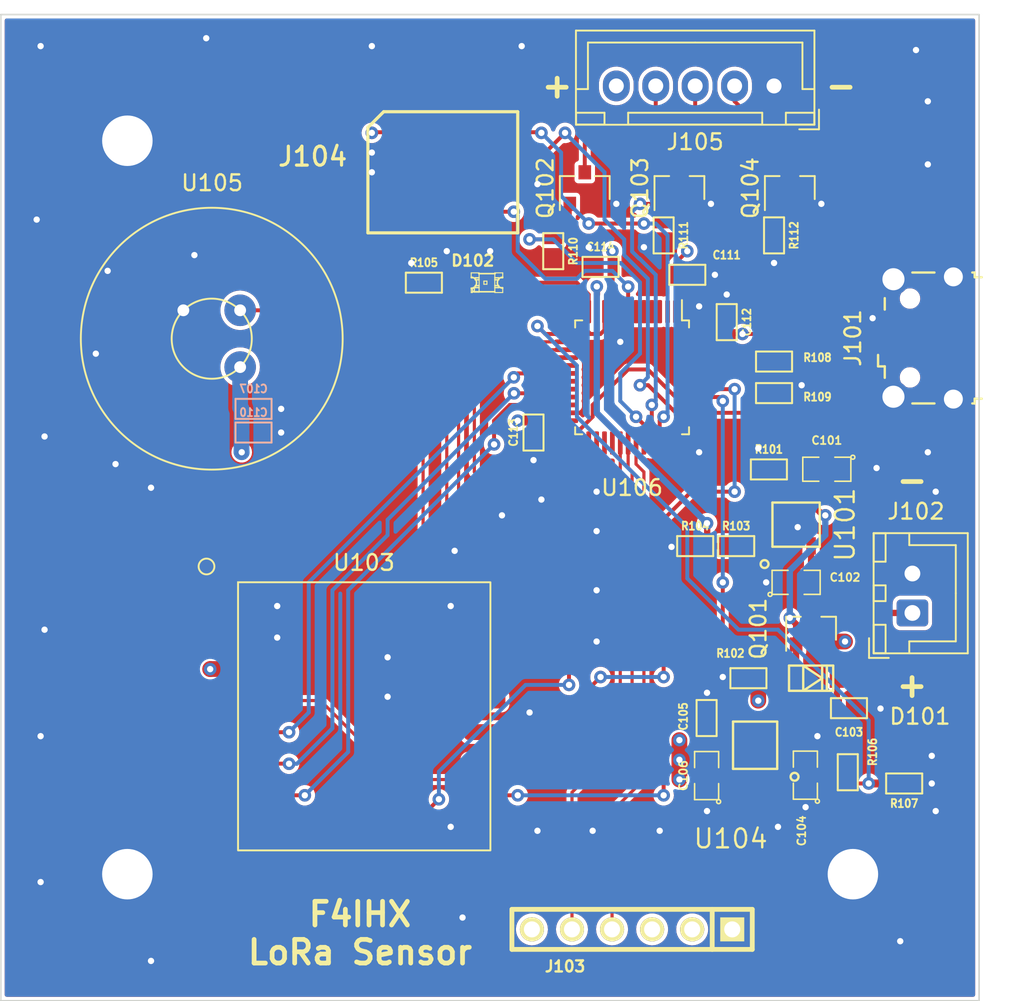
<source format=kicad_pcb>
(kicad_pcb (version 20221018) (generator pcbnew)
  (layers (0 "F.Cu" signal) (1 "In1.Cu" signal) (2 "In2.Cu" signal) (31 "B.Cu" signal) (34 "B.Paste" user) (35 "F.Paste" user) (36 "B.SilkS" user "B.Silkscreen") (37 "F.SilkS" user "F.Silkscreen") (38 "B.Mask" user) (39 "F.Mask" user) (44 "Edge.Cuts" user))
  (net 0 "")
  (net 1 "GND")
  (net 2 "VCC")
  (net 3 "Net-(R101-Pad2)")
  (net 4 "Net-(C105-Pad2)")
  (net 5 "+3V3")
  (net 6 "/~{CS}")
  (net 7 "/SCK")
  (net 8 "/MISO")
  (net 9 "/MOSI")
  (net 10 "/RA_RST")
  (net 11 "/TX")
  (net 12 "/RX")
  (net 13 "/USBD_N")
  (net 14 "/USBD_P")
  (net 18 "Net-(R103-Pad2)")
  (net 19 "Net-(D102-PadK)")
  (net 20 "/DIO4")
  (net 21 "/DIO5")
  (net 22 "/IO3")
  (net 23 "/IO2")
  (net 24 "/IO1")
  (net 25 "/IO0")
  (net 26 "/BMON")
  (net 27 "Net-(C102-Pad2)")
  (net 33 "Net-(U106-Pad44)")
  (net 46 "/SWDIO")
  (net 47 "/SWCLK")
  (net 48 "/SWO")
  (net 50 "/~{RST}")
  (net 51 "/5V")
  (net 52 "Net-(U106-Pad12)")
  (net 53 "/~{CTS}")
  (net 54 "/~{RTS}")
  (net 55 "/BATV")
  (net 56 "Net-(U106-Pad10)")
  (net 57 "/OUT3")
  (net 58 "/OUT2")
  (net 59 "/OUT1")
  (net 60 "/OUT3_D")
  (net 61 "/OUT2_D")
  (net 62 "/OUT1_D")
  (footprint "General_SMD:SM0603" (layer "F.Cu") (at 143.5 88.5 180)
    (fp_text reference "C111")
    (fp_text value "100nF" hide)
  )
  (footprint "General_SMD:SM0603" (layer "F.Cu") (at 133.75 98.5 90)
    (fp_text reference "C113")
    (fp_text value "100nF" hide)
  )
  (footprint "General_SMD:SM0603" (layer "F.Cu") (at 135 87 -90)
    (fp_text reference "R110")
    (fp_text value "10k" hide)
  )
  (footprint "General_SMD:SM0603" (layer "F.Cu") (at 153.75 115.975 180)
    (fp_text reference "C103")
    (fp_text value "1uF" hide)
  )
  (footprint "Connector_JST:JST_XH_B2B-XH-A_1x02_P2.50mm_Vertical" (layer "F.Cu") (at 157.773001 109.9385 90)
    (fp_text reference "J102")
    (fp_text value "Battery")
  )
  (footprint "General_SMD:SM0805" (layer "F.Cu") (at 152.346 100.827 180)
    (fp_text reference "C101")
    (fp_text value "4.7uF" hide)
  )
  (footprint "General_SMD:SM0603" (layer "F.Cu") (at 149 86 -90)
    (fp_text reference "R112")
    (fp_text value "10k" hide)
  )
  (footprint "General_SMD:SOD-123" (layer "F.Cu") (at 151.35 114.075 180)
    (fp_text reference "D101")
    (fp_text value "SCHOTTKY" hide)
  )
  (footprint "Connector_USB:USB_Micro-B_Wuerth_629105150521_CircularHoles" (layer "F.Cu") (at 158.42 92.505 90)
    (fp_text reference "J101")
    (fp_text value "USB_OTG")
  )
  (footprint "SOT:SOT-23" (layer "F.Cu") (at 143 83 90)
    (fp_text reference "Q103")
    (fp_text value "BSS138")
  )
  (footprint "Mounting_Holes:3.2mm_plated" (layer "F.Cu") (at 154 126.5)
    (fp_text reference "REF**" hide)
    (fp_text value "3.2mm_plated")
  )
  (footprint "General_SMD:SM0603" (layer "F.Cu") (at 153.675 120.037 90)
    (fp_text reference "R106")
    (fp_text value "12k" hide)
  )
  (footprint "General_SMD:SM0603" (layer "F.Cu") (at 148.673 100.8385)
    (fp_text reference "R101")
    (fp_text value "12k" hide)
  )
  (footprint "General_SMD:SM0603" (layer "F.Cu") (at 149 94)
    (fp_text reference "R108")
    (fp_text value "NC" hide)
  )
  (footprint "General_SMD:SM0603" (layer "F.Cu") (at 147.375 114.075 180)
    (fp_text reference "R102")
    (fp_text value "12k" hide)
  )
  (footprint "General_SMD:SM0603" (layer "F.Cu") (at 144.724997 116.600001 -90)
    (fp_text reference "C105")
    (fp_text value "10nF" hide)
  )
  (footprint "Panasonic:EKMB439311xK" (layer "F.Cu") (at 113.35 92.55)
    (fp_text reference "U105")
    (fp_text value "EKMB439311xK")
  )
  (footprint "General_SMD:SM0603" (layer "F.Cu") (at 138 88)
    (fp_text reference "C114")
    (fp_text value "100nF" hide)
  )
  (footprint "General_SMD:SM0603" (layer "F.Cu") (at 141.999997 85.999999 -90)
    (fp_text reference "R111")
    (fp_text value "10k" hide)
  )
  (footprint "Connector_JST:JST_XH_B5B-XH-A_1x05_P2.50mm_Vertical" (layer "F.Cu") (at 148.999998 76.525 180)
    (fp_text reference "J105")
    (fp_text value "Conn_01x05")
  )
  (footprint "General_SMD:SM0603" (layer "F.Cu") (at 126.79902 89)
    (fp_text reference "R105")
    (fp_text value "220" hide)
  )
  (footprint "Connectors_254mm:pin_array_6x1" (layer "F.Cu") (at 140 130 180)
    (fp_text reference "J103")
    (fp_text value "Conn_01x06_Male" hide)
  )
  (footprint "General_SMD:SM0603" (layer "F.Cu") (at 146 91.5 -90)
    (fp_text reference "C112")
    (fp_text value "100nF" hide)
  )
  (footprint "Connectors_127mm:JTAG_10ARM" (layer "F.Cu") (at 128 82)
    (fp_text reference "J104")
    (fp_text value "ARM_10x2mm" hide)
  )
  (footprint "General_SMD:SM0603" (layer "F.Cu") (at 144 105.7)
    (fp_text reference "R104")
    (fp_text value "10k" hide)
  )
  (footprint "General_SMD:SM0603" (layer "F.Cu") (at 149 96)
    (fp_text reference "R109")
    (fp_text value "12k" hide)
  )
  (footprint "General_SMD:SM0603" (layer "F.Cu") (at 146.6 105.7)
    (fp_text reference "R103")
    (fp_text value "6.8k" hide)
  )
  (footprint "SOT:SOT-23" (layer "F.Cu") (at 150 83 90)
    (fp_text reference "Q104")
    (fp_text value "BSS138")
  )
  (footprint "General_SMD:LED-0805" (layer "F.Cu") (at 130.799021 88.999998 180)
    (fp_text reference "D102")
    (fp_text value "LED" hide)
  )
  (footprint "SOT:SOT23-5" (layer "F.Cu") (at 147.8 118.325 90)
    (fp_text reference "U104")
    (fp_text value "REG113-XX-SOT23")
  )
  (footprint "SOT:SOT23-5" (layer "F.Cu") (at 150.398 104.3385)
    (fp_text reference "U101")
    (fp_text value "MCP73821_2_SOT-23-5")
  )
  (footprint "RF_Module:RA-02_Lora" (layer "F.Cu") (at 123.0175 116.4925)
    (fp_text reference "U103")
    (fp_text value "RA-02_uFL")
  )
  (footprint "Mounting_Holes:3.2mm_plated" (layer "F.Cu") (at 108 126.5)
    (fp_text reference "REF**" hide)
    (fp_text value "3.2mm_plated")
  )
  (footprint "SOT:SOT-23" (layer "F.Cu") (at 137 83 90)
    (fp_text reference "Q102")
    (fp_text value "BSS138")
  )
  (footprint "Package_QFP:LQFP-48_7x7mm_P0.5mm" (layer "F.Cu") (at 140 95 -90)
    (fp_text reference "U106")
    (fp_text value "STM32F051C8Tx")
  )
  (footprint "General_SMD:SM0805" (layer "F.Cu") (at 150.9865 120.223002 90)
    (fp_text reference "C104")
    (fp_text value "4.7uF" hide)
  )
  (footprint "General_SMD:SM0805" (layer "F.Cu") (at 144.725005 120.250001 90)
    (fp_text reference "C106")
    (fp_text value "4.7uF" hide)
  )
  (footprint "SOT:SOT-23" (layer "F.Cu") (at 151.348 110.9385 90)
    (fp_text reference "Q101")
    (fp_text value "IRLML2244")
  )
  (footprint "General_SMD:SM0603" (layer "F.Cu") (at 157.25 120.75 180)
    (fp_text reference "R107")
    (fp_text value "12k" hide)
  )
  (footprint "General_SMD:SM0805" (layer "F.Cu") (at 150.4 108)
    (fp_text reference "C102")
    (fp_text value "4.7uF" hide)
  )
  (footprint "Mounting_Holes:3.2mm_plated" (layer "F.Cu") (at 108 80)
    (fp_text reference "REF**" hide)
    (fp_text value "3.2mm_plated")
  )
  (footprint "General_SMD:SM0603" (layer "B.Cu") (at 116 98.5 180)
    (fp_text reference "C110")
    (fp_text value "100nF" hide)
  )
  (footprint "General_SMD:SM0603" (layer "B.Cu") (at 116 97 180)
    (fp_text reference "C107")
    (fp_text value "100nF" hide)
  )
  (gr_rect (start 99.975 72) (end 162 134.525) (stroke (width 0.1)) (fill none) (layer "Edge.Cuts"))
  (gr_text "-" (at 153.25 76.5) (layer "F.SilkS") (effects (font (size 1.5 1.5) (thickness 0.3))))
  (gr_text "+" (at 157.75 114.5) (layer "F.SilkS") (effects (font (size 1.5 1.5) (thickness 0.3))))
  (gr_text "-" (at 157.75 101.5) (layer "F.SilkS") (effects (font (size 1.5 1.5) (thickness 0.3))))
  (gr_text "F4IHX\nLoRa Sensor" (at 122.75 130.25) (layer "F.SilkS") (effects (font (size 1.5 1.5) (thickness 0.3))))
  (gr_text "+" (at 135.25 76.5) (layer "F.SilkS") (effects (font (size 1.5 1.5) (thickness 0.3))))
  (segment (start 139.25 90.8375) (end 139.25 92.75) (width 0.25) (layer "F.Cu") (net 1))
  (segment (start 137.238 88) (end 137.238 86.762) (width 0.5) (layer "F.Cu") (net 1))
  (segment (start 123.52 80.73) (end 123.5 80.75) (width 0.5) (layer "F.Cu") (net 1))
  (segment (start 143.238 105.7) (end 142.55 105.7) (width 0.5) (layer "F.Cu") (net 1))
  (segment (start 150.9865 122.2365) (end 151 122.25) (width 0.5) (layer "F.Cu") (net 1))
  (segment (start 144.725005 121.202501) (end 144.725005 122.475005) (width 0.5) (layer "F.Cu") (net 1))
  (segment (start 149 86.762) (end 149 87.75) (width 0.5) (layer "F.Cu") (net 1))
  (segment (start 141.999997 86.761999) (end 140.761999 86.761999) (width 0.5) (layer "F.Cu") (net 1))
  (segment (start 158.012 120.75) (end 159 120.75) (width 0.5) (layer "F.Cu") (net 1))
  (segment (start 144.724997 115.025003) (end 144.75 115) (width 0.5) (layer "F.Cu") (net 1))
  (segment (start 147.911 100.8385) (end 147.911 99.589) (width 0.5) (layer "F.Cu") (net 1))
  (segment (start 117.4925 111.4925) (end 117.5 111.5) (width 0.5) (layer "F.Cu") (net 1))
  (segment (start 117.4925 109.4925) (end 117.5 109.5) (width 0.5) (layer "F.Cu") (net 1))
  (segment (start 156.52 91.205) (end 155.295 91.205) (width 0.25) (layer "F.Cu") (net 1))
  (segment (start 130.6675 109.4925) (end 128.5075 109.4925) (width 0.5) (layer "F.Cu") (net 1))
  (segment (start 137.238 86.762) (end 137.25 86.75) (width 0.5) (layer "F.Cu") (net 1))
  (segment (start 150.95 84) (end 152 84) (width 0.5) (layer "F.Cu") (net 1))
  (segment (start 126.03702 89) (end 126.03702 87.78702) (width 0.5) (layer "F.Cu") (net 1))
  (segment (start 128.5075 123.4925) (end 128.5 123.5) (width 0.5) (layer "F.Cu") (net 1))
  (segment (start 140.761999 86.761999) (end 140.75 86.75) (width 0.5) (layer "F.Cu") (net 1))
  (segment (start 142.55 105.7) (end 142.5 105.75) (width 0.5) (layer "F.Cu") (net 1))
  (segment (start 144.262 88.5) (end 145.25 88.5) (width 0.5) (layer "F.Cu") (net 1))
  (segment (start 125.75 80.73) (end 123.52 80.73) (width 0.5) (layer "F.Cu") (net 1))
  (segment (start 144.725005 122.475005) (end 144.75 122.5) (width 0.5) (layer "F.Cu") (net 1))
  (segment (start 133.75 99.262) (end 133.75 100.25) (width 1) (layer "F.Cu") (net 1))
  (segment (start 146.613 114.075) (end 145.825 114.075) (width 0.5) (layer "F.Cu") (net 1))
  (segment (start 145.825 114.075) (end 145.75 114) (width 0.5) (layer "F.Cu") (net 1))
  (segment (start 130.6675 123.4925) (end 128.5075 123.4925) (width 0.5) (layer "F.Cu") (net 1))
  (segment (start 115.3675 109.4925) (end 117.4925 109.4925) (width 0.5) (layer "F.Cu") (net 1))
  (segment (start 155.295 91.205) (end 155.25 91.25) (width 0.25) (layer "F.Cu") (net 1))
  (segment (start 123.5 82) (end 125.75 82) (width 0.5) (layer "F.Cu") (net 1))
  (segment (start 150.9865 121.175502) (end 150.9865 122.2365) (width 0.5) (layer "F.Cu") (net 1))
  (segment (start 144.724997 115.838001) (end 144.724997 115.025003) (width 0.5) (layer "F.Cu") (net 1))
  (segment (start 155.725 115.975) (end 155.75 116) (width 0.5) (layer "F.Cu") (net 1))
  (segment (start 154.512 115.975) (end 155.725 115.975) (width 0.5) (layer "F.Cu") (net 1))
  (segment (start 115.3675 111.4925) (end 117.4925 111.4925) (width 0.5) (layer "F.Cu") (net 1))
  (segment (start 150.398 105.6885) (end 150.398 104.602) (width 0.5) (layer "F.Cu") (net 1))
  (segment (start 149.4475 108) (end 148.5 108) (width 0.5) (layer "F.Cu") (net 1))
  (segment (start 143.95 84) (end 145 84) (width 0.5) (layer "F.Cu") (net 1))
  (segment (start 128.5075 109.4925) (end 128.5 109.5) (width 0.5) (layer "F.Cu") (net 1))
  (segment (start 155.423 100.827) (end 155.5 100.75) (width 0.5) (layer "F.Cu") (net 1))
  (segment (start 146 90.738) (end 146 89.75) (width 0.5) (layer "F.Cu") (net 1))
  (segment (start 149.762 96) (end 150.25 96) (width 0.5) (layer "F.Cu") (net 1))
  (segment (start 150.398 104.602) (end 150.5 104.5) (width 0.5) (layer "F.Cu") (net 1))
  (segment (start 150.25 96) (end 150.75 95.5) (width 0.5) (layer "F.Cu") (net 1))
  (segment (start 126.03702 87.78702) (end 126 87.75) (width 0.5) (layer "F.Cu") (net 1))
  (segment (start 137.95 84) (end 139 84) (width 0.5) (layer "F.Cu") (net 1))
  (segment (start 147.911 99.589) (end 148 99.5) (width 0.5) (layer "F.Cu") (net 1))
  (segment (start 153.2985 100.827) (end 155.423 100.827) (width 0.5) (layer "F.Cu") (net 1))
  (via (at 140.75 86.75) (size 0.8) (drill 0.4) (layers "F.Cu" "B.Cu") (net 1))
  (via (at 144.25 99.75) (size 0.8) (drill 0.4) (layers "F.Cu" "B.Cu") (net 1))
  (via (at 141.75 123.75) (size 0.8) (drill 0.4) (layers "F.Cu" "B.Cu") (net 1))
  (via (at 159 120.75) (size 0.8) (drill 0.4) (layers "F.Cu" "B.Cu") (net 1))
  (via (at 159.25 122.5) (size 0.8) (drill 0.4) (layers "F.Cu" "B.Cu") (net 1))
  (via (at 142.5 105.75) (size 0.8) (drill 0.4) (layers "F.Cu" "B.Cu") (net 1))
  (via (at 137.25 86.75) (size 0.8) (drill 0.4) (layers "F.Cu" "B.Cu") (net 1))
  (via (at 102.25 85) (size 0.8) (drill 0.4) (layers "F.Cu" "B.Cu") (net 1))
  (via (at 123.5 82) (size 0.8) (drill 0.4) (layers "F.Cu" "B.Cu") (net 1))
  (via (at 137.75 104.75) (size 0.8) (drill 0.4) (layers "F.Cu" "B.Cu") (net 1))
  (via (at 134.25 102.75) (size 0.8) (drill 0.4) (layers "F.Cu" "B.Cu") (net 1))
  (via (at 124.5 115.25) (size 0.8) (drill 0.4) (layers "F.Cu" "B.Cu") (net 1))
  (via (at 102.75 98.75) (size 0.8) (drill 0.4) (layers "F.Cu" "B.Cu") (net 1))
  (via (at 155.5 100.75) (size 0.8) (drill 0.4) (layers "F.Cu" "B.Cu") (net 1))
  (via (at 107.25 100.5) (size 0.8) (drill 0.4) (layers "F.Cu" "B.Cu") (net 1))
  (via (at 112.25 87.25) (size 0.8) (drill 0.4) (layers "F.Cu" "B.Cu") (net 1))
  (via (at 137.5 123.75) (size 0.8) (drill 0.4) (layers "F.Cu" "B.Cu") (net 1))
  (via (at 102.5 127) (size 0.8) (drill 0.4) (layers "F.Cu" "B.Cu") (net 1))
  (via (at 109.5 102) (size 0.8) (drill 0.4) (layers "F.Cu" "B.Cu") (net 1))
  (via (at 150.75 95.5) (size 0.8) (drill 0.4) (layers "F.Cu" "B.Cu") (net 1))
  (via (at 158 74.25) (size 0.8) (drill 0.4) (layers "F.Cu" "B.Cu") (net 1))
  (via (at 152 84) (size 0.8) (drill 0.4) (layers "F.Cu" "B.Cu") (net 1))
  (via (at 148.5 108) (size 0.8) (drill 0.4) (layers "F.Cu" "B.Cu") (net 1))
  (via (at 144.75 115) (size 0.8) (drill 0.4) (layers "F.Cu" "B.Cu") (net 1))
  (via (at 159 119) (size 0.8) (drill 0.4) (layers "F.Cu" "B.Cu") (net 1))
  (via (at 158.75 99.75) (size 0.8) (drill 0.4) (layers "F.Cu" "B.Cu") (net 1))
  (via (at 150.5 104.5) (size 0.8) (drill 0.4) (layers "F.Cu" "B.Cu") (net 1))
  (via (at 134 82.75) (size 0.8) (drill 0.4) (layers "F.Cu" "B.Cu") (net 1))
  (via (at 113 73.5) (size 0.8) (drill 0.4) (layers "F.Cu" "B.Cu") (net 1))
  (via (at 137.75 102.25) (size 0.8) (drill 0.4) (layers "F.Cu" "B.Cu") (net 1))
  (via (at 144.25 90.5) (size 0.8) (drill 0.4) (layers "F.Cu" "B.Cu") (net 1))
  (via (at 134 123.75) (size 0.8) (drill 0.4) (layers "F.Cu" "B.Cu") (net 1))
  (via (at 137.75 108.5) (size 0.8) (drill 0.4) (layers "F.Cu" "B.Cu") (net 1))
  (via (at 102.5 74) (size 0.8) (drill 0.4) (layers "F.Cu" "B.Cu") (net 1))
  (via (at 129.25 129.25) (size 0.8) (drill 0.4) (layers "F.Cu" "B.Cu") (net 1))
  (via (at 124.5 112.75) (size 0.8) (drill 0.4) (layers "F.Cu" "B.Cu") (net 1))
  (via (at 123.5 80.75) (size 0.8) (drill 0.4) (layers "F.Cu" "B.Cu") (net 1))
  (via (at 131.75 103.75) (size 0.8) (drill 0.4) (layers "F.Cu" "B.Cu") (net 1))
  (via (at 133.5 116.25) (size 0.8) (drill 0.4) (layers "F.Cu" "B.Cu") (net 1))
  (via (at 102.75 111) (size 0.8) (drill 0.4) (layers "F.Cu" "B.Cu") (net 1))
  (via (at 158.75 77.5) (size 0.8) (drill 0.4) (layers "F.Cu" "B.Cu") (net 1))
  (via (at 145.25 88.5) (size 0.8) (drill 0.4) (layers "F.Cu" "B.Cu") (net 1))
  (via (at 139.25 92.75) (size 0.8) (drill 0.4) (layers "F.Cu" "B.Cu") (net 1))
  (via (at 128.25 87) (size 0.8) (drill 0.4) (layers "F.Cu" "B.Cu") (net 1))
  (via (at 117.5 109.5) (size 0.8) (drill 0.4) (layers "F.Cu" "B.Cu") (net 1))
  (via (at 133.75 100.25) (size 0.8) (drill 0.4) (layers "F.Cu" "B.Cu") (net 1))
  (via (at 117.75 97) (size 0.8) (drill 0.4) (layers "F.Cu" "B.Cu") (net 1))
  (via (at 151.75 117.75) (size 0.8) (drill 0.4) (layers "F.Cu" "B.Cu") (net 1))
  (via (at 126 87.75) (size 0.8) (drill 0.4) (layers "F.Cu" "B.Cu") (net 1))
  (via (at 159.25 102.25) (size 0.8) (drill 0.4) (layers "F.Cu" "B.Cu") (net 1))
  (via (at 106.75 88.25) (size 0.8) (drill 0.4) (layers "F.Cu" "B.Cu") (net 1))
  (via (at 149.25 123.5) (size 0.8) (drill 0.4) (layers "F.Cu" "B.Cu") (net 1))
  (via (at 157 130.75) (size 0.8) (drill 0.4) (layers "F.Cu" "B.Cu") (net 1))
  (via (at 131 87) (size 0.8) (drill 0.4) (layers "F.Cu" "B.Cu") (net 1))
  (via (at 106 93.5) (size 0.8) (drill 0.4) (layers "F.Cu" "B.Cu") (net 1))
  (via (at 158.75 81.5) (size 0.8) (drill 0.4) (layers "F.Cu" "B.Cu") (net 1))
  (via (at 102.5 117.75) (size 0.8) (drill 0.4) (layers "F.Cu" "B.Cu") (net 1))
  (via (at 128.75 106) (size 0.8) (drill 0.4) (layers "F.Cu" "B.Cu") (net 1))
  (via (at 145.75 114) (size 0.8) (drill 0.4) (layers "F.Cu" "B.Cu") (net 1))
  (via (at 155.75 116) (size 0.8) (drill 0.4) (layers "F.Cu" "B.Cu") (net 1))
  (via (at 109.5 132) (size 0.8) (drill 0.4) (layers "F.Cu" "B.Cu") (net 1))
  (via (at 149 87.75) (size 0.8) (drill 0.4) (layers "F.Cu" "B.Cu") (net 1))
  (via (at 123.5 74) (size 0.8) (drill 0.4) (layers "F.Cu" "B.Cu") (net 1))
  (via (at 128.5 123.5) (size 0.8) (drill 0.4) (layers "F.Cu" "B.Cu") (net 1))
  (via (at 117.75 98.5) (size 0.8) (drill 0.4) (layers "F.Cu" "B.Cu") (net 1))
  (via (at 151 122.25) (size 0.8) (drill 0.4) (layers "F.Cu" "B.Cu") (net 1))
  (via (at 146 89.75) (size 0.8) (drill 0.4) (layers "F.Cu" "B.Cu") (net 1))
  (via (at 133 74) (size 0.8) (drill 0.4) (layers "F.Cu" "B.Cu") (net 1))
  (via (at 148 99.5) (size 0.8) (drill 0.4) (layers "F.Cu" "B.Cu") (net 1))
  (via (at 155.25 91.25) (size 0.8) (drill 0.4) (layers "F.Cu" "B.Cu") (net 1))
  (via (at 128.5 109.5) (size 0.8) (drill 0.4) (layers "F.Cu" "B.Cu") (net 1))
  (via (at 139 84) (size 0.8) (drill 0.4) (layers "F.Cu" "B.Cu") (net 1))
  (via (at 144.75 122.5) (size 0.8) (drill 0.4) (layers "F.Cu" "B.Cu") (net 1))
  (via (at 145 84) (size 0.8) (drill 0.4) (layers "F.Cu" "B.Cu") (net 1))
  (via (at 137.75 111.75) (size 0.8) (drill 0.4) (layers "F.Cu" "B.Cu") (net 1))
  (via (at 117.5 111.5) (size 0.8) (drill 0.4) (layers "F.Cu" "B.Cu") (net 1))
  (segment (start 116.762 98.5) (end 117.75 98.5) (width 0.5) (layer "B.Cu") (net 1))
  (segment (start 116.762 97) (end 117.75 97) (width 0.5) (layer "B.Cu") (net 1))
  (segment (start 152.988 115.975) (end 151.525 115.975) (width 0.4) (layer "F.Cu") (net 2))
  (segment (start 153 113.25) (end 153 114.06) (width 0.4) (layer "F.Cu") (net 2))
  (segment (start 150.982002 119.275) (end 150.9865 119.270502) (width 0.4) (layer "F.Cu") (net 2))
  (segment (start 153.675 119.275) (end 150.990998 119.275) (width 0.4) (layer "F.Cu") (net 2))
  (segment (start 152.4865 111.75) (end 152.298 111.9385) (width 1) (layer "F.Cu") (net 2))
  (segment (start 149.15 119.275) (end 150.982002 119.275) (width 0.4) (layer "F.Cu") (net 2))
  (segment (start 152.298 111.9385) (end 152.298 112.548) (width 0.4) (layer "F.Cu") (net 2))
  (segment (start 153 114.06) (end 152.985 114.075) (width 0.4) (layer "F.Cu") (net 2))
  (segment (start 148 118.75) (end 148 117.75) (width 0.4) (layer "F.Cu") (net 2))
  (segment (start 148.375 117.375) (end 149.15 117.375) (width 0.4) (layer "F.Cu") (net 2))
  (segment (start 150.990998 119.275) (end 150.9865 119.270502) (width 0.4) (layer "F.Cu") (net 2))
  (segment (start 150.125 117.375) (end 149.15 117.375) (width 0.4) (layer "F.Cu") (net 2))
  (segment (start 152.298 112.548) (end 153 113.25) (width 0.4) (layer "F.Cu") (net 2))
  (segment (start 152.985 115.972) (end 152.988 115.975) (width 0.4) (layer "F.Cu") (net 2))
  (segment (start 149.15 119.275) (end 148.525 119.275) (width 0.4) (layer "F.Cu") (net 2))
  (segment (start 148.525 119.275) (end 148 118.75) (width 0.4) (layer "F.Cu") (net 2))
  (segment (start 153.5 111.75) (end 152.4865 111.75) (width 1) (layer "F.Cu") (net 2))
  (segment (start 152.985 114.075) (end 152.985 115.972) (width 0.4) (layer "F.Cu") (net 2))
  (segment (start 148 117.75) (end 148.375 117.375) (width 0.4) (layer "F.Cu") (net 2))
  (segment (start 151.525 115.975) (end 150.125 117.375) (width 0.4) (layer "F.Cu") (net 2))
  (via (at 153.5 111.75) (size 0.8) (drill 0.4) (layers "F.Cu" "B.Cu") (net 2))
  (segment (start 149.435 102.9755) (end 149.448 102.9885) (width 0.4) (layer "F.Cu") (net 3))
  (segment (start 149.435 100.8385) (end 149.435 102.9755) (width 0.4) (layer "F.Cu") (net 3))
  (segment (start 146.45 117.375) (end 144.737996 117.375) (width 0.4) (layer "F.Cu") (net 4))
  (segment (start 144.737996 117.375) (end 144.724997 117.362001) (width 0.4) (layer "F.Cu") (net 4))
  (segment (start 146.45 119.275) (end 144.747506 119.275) (width 0.4) (layer "F.Cu") (net 5))
  (segment (start 146.988 92.262) (end 147 92.25) (width 0.25) (layer "F.Cu") (net 5))
  (segment (start 148.75 92.25) (end 147 92.25) (width 0.25) (layer "F.Cu") (net 5))
  (segment (start 142.75 90.8375) (end 142.75 88.512) (width 0.25) (layer "F.Cu") (net 5))
  (segment (start 149.762 94) (end 149.762 93.262) (width 0.25) (layer "F.Cu") (net 5))
  (segment (start 138.762 90.8255) (end 138.75 90.8375) (width 0.25) (layer "F.Cu") (net 5))
  (segment (start 143 119.25) (end 143 120.5) (width 1) (layer "F.Cu") (net 5))
  (segment (start 145.988 92.25) (end 146 92.262) (width 0.25) (layer "F.Cu") (net 5))
  (segment (start 138.762 88) (end 138.762 90.8255) (width 0.25) (layer "F.Cu") (net 5))
  (segment (start 133.762 97.75) (end 133.75 97.738) (width 0.25) (layer "F.Cu") (net 5))
  (segment (start 142.738 88.5) (end 142.738 87.762) (width 0.25) (layer "F.Cu") (net 5))
  (segment (start 146 92.262) (end 146.988 92.262) (width 0.25) (layer "F.Cu") (net 5))
  (segment (start 149.762 93.262) (end 148.75 92.25) (width 0.25) (layer "F.Cu") (net 5))
  (segment (start 113.2575 113.4925) (end 113.25 113.5) (width 1) (layer "F.Cu") (net 5))
  (segment (start 133.75 97.738) (end 132.762 97.738) (width 0.25) (layer "F.Cu") (net 5))
  (segment (start 132.762 97.738) (end 132.75 97.75) (width 0.25) (layer "F.Cu") (net 5))
  (segment (start 125.75 79.46) (end 123.54 79.46) (width 0.25) (layer "F.Cu") (net 5))
  (segment (start 138.762 88) (end 138.762 87.012) (width 0.25) (layer "F.Cu") (net 5))
  (segment (start 144.747506 119.275) (end 144.725005 119.297501) (width 0.4) (layer "F.Cu") (net 5))
  (segment (start 123.54 79.46) (end 123.5 79.5) (width 0.25) (layer "F.Cu") (net 5))
  (segment (start 142.75 88.512) (end 142.738 88.5) (width 0.25) (layer "F.Cu") (net 5))
  (segment (start 144.725005 119.297501) (end 143.047501 119.297501) (width 1) (layer "F.Cu") (net 5))
  (segment (start 135.8375 97.75) (end 133.762 97.75) (width 0.25) (layer "F.Cu") (net 5))
  (segment (start 143 119.25) (end 143 118) (width 1) (layer "F.Cu") (net 5))
  (segment (start 138.762 87.012) (end 138.75 87) (width 0.25) (layer "F.Cu") (net 5))
  (segment (start 142.738 87.762) (end 143.5 87) (width 0.25) (layer "F.Cu") (net 5))
  (segment (start 115.3675 113.4925) (end 113.2575 113.4925) (width 1) (layer "F.Cu") (net 5))
  (segment (start 143.047501 119.297501) (end 143 119.25) (width 1) (layer "F.Cu") (net 5))
  (segment (start 144.1625 92.25) (end 145.988 92.25) (width 0.25) (layer "F.Cu") (net 5))
  (via (at 143 120.5) (size 0.8) (drill 0.4) (layers "F.Cu" "B.Cu") (net 5))
  (via (at 132.75 97.75) (size 0.8) (drill 0.4) (layers "F.Cu" "B.Cu") (net 5))
  (via (at 113.25 113.5) (size 0.8) (drill 0.4) (layers "F.Cu" "B.Cu") (net 5))
  (via (at 143 118) (size 0.8) (drill 0.4) (layers "F.Cu" "B.Cu") (net 5))
  (via (at 143.5 87) (size 0.8) (drill 0.4) (layers "F.Cu" "B.Cu") (net 5))
  (via (at 123.5 79.5) (size 0.8) (drill 0.4) (layers "F.Cu" "B.Cu") (net 5))
  (via (at 147 92.25) (size 0.8) (drill 0.4) (layers "F.Cu" "B.Cu") (net 5))
  (via (at 115.25 99.75) (size 0.8) (drill 0.4) (layers "F.Cu" "B.Cu") (net 5))
  (via (at 138.75 87) (size 0.8) (drill 0.4) (layers "F.Cu" "B.Cu") (net 5))
  (via (at 143 119.25) (size 0.8) (drill 0.4) (layers "F.Cu" "B.Cu") (net 5))
  (segment (start 115.238 98.5) (end 115.238 97) (width 1) (layer "B.Cu") (net 5))
  (segment (start 115.15 96.912) (end 115.238 97) (width 1) (layer "B.Cu") (net 5))
  (segment (start 115.238 98.5) (end 115.238 99.738) (width 1) (layer "B.Cu") (net 5))
  (segment (start 115.15 94.35) (end 115.15 96.912) (width 1) (layer "B.Cu") (net 5))
  (segment (start 115.238 99.738) (end 115.25 99.75) (width 1) (layer "B.Cu") (net 5))
  (segment (start 126.75 94.75) (end 128.75 92.75) (width 0.2) (layer "F.Cu") (net 6))
  (segment (start 126.75 109.985) (end 126.75 94.75) (width 0.2) (layer "F.Cu") (net 6))
  (segment (start 128.2575 111.4925) (end 126.75 109.985) (width 0.2) (layer "F.Cu") (net 6))
  (segment (start 128.75 92.75) (end 135.8375 92.75) (width 0.2) (layer "F.Cu") (net 6))
  (segment (start 130.6675 111.4925) (end 128.2575 111.4925) (width 0.2) (layer "F.Cu") (net 6))
  (segment (start 130.5 93.25) (end 135.8375 93.25) (width 0.2) (layer "F.Cu") (net 7))
  (segment (start 128.95798 112.29202) (end 132.20798 112.29202) (width 0.2) (layer "F.Cu") (net 7))
  (segment (start 127.75 115.75) (end 127.75 113.5) (width 0.2) (layer "F.Cu") (net 7))
  (segment (start 128.25 103.25) (end 128.25 95.5) (width 0.2) (layer "F.Cu") (net 7))
  (segment (start 129.4925 117.4925) (end 127.75 115.75) (width 0.2) (layer "F.Cu") (net 7))
  (segment (start 130.6675 117.4925) (end 129.4925 117.4925) (width 0.2) (layer "F.Cu") (net 7))
  (segment (start 128.25 95.5) (end 130.5 93.25) (width 0.2) (layer "F.Cu") (net 7))
  (segment (start 132.20798 112.29202) (end 133.25 111.25) (width 0.2) (layer "F.Cu") (net 7))
  (segment (start 127.75 113.5) (end 128.95798 112.29202) (width 0.2) (layer "F.Cu") (net 7))
  (segment (start 133.25 111.25) (end 133.25 108.25) (width 0.2) (layer "F.Cu") (net 7))
  (segment (start 133.25 108.25) (end 128.25 103.25) (width 0.2) (layer "F.Cu") (net 7))
  (segment (start 133.75 112) (end 133.75 107) (width 0.2) (layer "F.Cu") (net 8))
  (segment (start 133.05702 112.69298) (end 133.75 112) (width 0.2) (layer "F.Cu") (net 8))
  (segment (start 130.6675 115.4925) (end 129.2425 115.4925) (width 0.2) (layer "F.Cu") (net 8))
  (segment (start 133.75 107) (end 129 102.25) (width 0.2) (layer "F.Cu") (net 8))
  (segment (start 129 102.25) (end 129 96) (width 0.2) (layer "F.Cu") (net 8))
  (segment (start 128.75 115) (end 128.75 113.25) (width 0.2) (layer "F.Cu") (net 8))
  (segment (start 129 96) (end 131.25 93.75) (width 0.2) (layer "F.Cu") (net 8))
  (segment (start 131.25 93.75) (end 135.8375 93.75) (width 0.2) (layer "F.Cu") (net 8))
  (segment (start 129.30702 112.69298) (end 133.05702 112.69298) (width 0.2) (layer "F.Cu") (net 8))
  (segment (start 128.75 113.25) (end 129.30702 112.69298) (width 0.2) (layer "F.Cu") (net 8))
  (segment (start 129.2425 115.4925) (end 128.75 115) (width 0.2) (layer "F.Cu") (net 8))
  (segment (start 133.7575 113.4925) (end 134.75 112.5) (width 0.2) (layer "F.Cu") (net 9))
  (segment (start 130 101) (end 130 96.25) (width 0.2) (layer "F.Cu") (net 9))
  (segment (start 134.75 105.75) (end 130 101) (width 0.2) (layer "F.Cu") (net 9))
  (segment (start 130 96.25) (end 132 94.25) (width 0.2) (layer "F.Cu") (net 9))
  (segment (start 130.6675 113.4925) (end 133.7575 113.4925) (width 0.2) (layer "F.Cu") (net 9))
  (segment (start 134.75 112.5) (end 134.75 105.75) (width 0.2) (layer "F.Cu") (net 9))
  (segment (start 132 94.25) (end 135.8375 94.25) (width 0.2) (layer "F.Cu") (net 9))
  (segment (start 115.3675 115.4925) (end 120.2425 115.4925) (width 0.2) (layer "F.Cu") (net 10))
  (segment (start 133.25 120.5) (end 139.25 114.5) (width 0.2) (layer "F.Cu") (net 10))
  (segment (start 125.25 120.5) (end 133.25 120.5) (width 0.2) (layer "F.Cu") (net 10))
  (segment (start 120.2425 115.4925) (end 125.25 120.5) (width 0.2) (layer "F.Cu") (net 10))
  (segment (start 139.25 114.5) (end 139.25 99.1625) (width 0.2) (layer "F.Cu") (net 10))
  (segment (start 140 117.5) (end 136.19 121.31) (width 0.2) (layer "F.Cu") (net 11))
  (segment (start 136.19 121.31) (end 136.19 130) (width 0.2) (layer "F.Cu") (net 11))
  (segment (start 140 101) (end 140 117.5) (width 0.2) (layer "F.Cu") (net 11))
  (segment (start 139.75 99.1625) (end 139.75 100.75) (width 0.2) (layer "F.Cu") (net 11))
  (segment (start 139.75 100.75) (end 140 101) (width 0.2) (layer "F.Cu") (net 11))
  (segment (start 140.75 120.5) (end 140.75 100.999511) (width 0.2) (layer "F.Cu") (net 12))
  (segment (start 140.75 100.999511) (end 140.25 100.499511) (width 0.2) (layer "F.Cu") (net 12))
  (segment (start 140.25 100.499511) (end 140.25 99.1625) (width 0.2) (layer "F.Cu") (net 12))
  (segment (start 138.73 122.52) (end 140.75 120.5) (width 0.2) (layer "F.Cu") (net 12))
  (segment (start 138.73 130) (end 138.73 122.52) (width 0.2) (layer "F.Cu") (net 12))
  (segment (start 149.4365 105.7) (end 149.448 105.6885) (width 0.4) (layer "F.Cu") (net 18))
  (segment (start 147.362 105.7) (end 149.4365 105.7) (width 0.4) (layer "F.Cu") (net 18))
  (segment (start 129.750001 88.999998) (end 127.561022 88.999998) (width 0.25) (layer "F.Cu") (net 19))
  (segment (start 127.561022 88.999998) (end 127.56102 89) (width 0.25) (layer "F.Cu") (net 19))
  (segment (start 145.75 108) (end 145.75 112.25) (width 0.25) (layer "F.Cu") (net 20))
  (segment (start 132.75 121.5) (end 130.675 121.5) (width 0.25) (layer "F.Cu") (net 20))
  (segment (start 142 116) (end 142 121.5) (width 0.25) (layer "F.Cu") (net 20))
  (segment (start 143.75 114.25) (end 142 116) (width 0.25) (layer "F.Cu") (net 20))
  (segment (start 130.675 121.5) (end 130.6675 121.4925) (width 0.25) (layer "F.Cu") (net 20))
  (segment (start 145.5 96.25) (end 145.75 96.5) (width 0.25) (layer "F.Cu") (net 20))
  (segment (start 144.1625 96.25) (end 145.5 96.25) (width 0.25) (layer "F.Cu") (net 20))
  (segment (start 145.75 112.25) (end 143.75 114.25) (width 0.25) (layer "F.Cu") (net 20))
  (via (at 145.75 108) (size 0.8) (drill 0.4) (layers "F.Cu" "B.Cu") (net 20))
  (via (at 145.75 96.5) (size 0.8) (drill 0.4) (layers "F.Cu" "B.Cu") (net 20))
  (via (at 132.75 121.5) (size 0.8) (drill 0.4) (layers "F.Cu" "B.Cu") (net 20))
  (via (at 142 121.5) (size 0.8) (drill 0.4) (layers "F.Cu" "B.Cu") (net 20))
  (segment (start 142 121.5) (end 132.75 121.5) (width 0.25) (layer "B.Cu") (net 20))
  (segment (start 145.75 96.5) (end 145.75 108) (width 0.25) (layer "B.Cu") (net 20))
  (segment (start 141.5 105) (end 141.5 104.5) (width 0.25) (layer "F.Cu") (net 21))
  (segment (start 130.6675 119.4925) (end 132.5075 119.4925) (width 0.25) (layer "F.Cu") (net 21))
  (segment (start 142 106.75) (end 141.5 106.25) (width 0.25) (layer "F.Cu") (net 21))
  (segment (start 142 107) (end 142 106.75) (width 0.25) (layer "F.Cu") (net 21))
  (segment (start 141.5 104.5) (end 143.25 102.75) (width 0.25) (layer "F.Cu") (net 21))
  (segment (start 146.5 95.75) (end 144.1625 95.75) (width 0.25) (layer "F.Cu") (net 21))
  (segment (start 142 114) (end 142 107) (width 0.25) (layer "F.Cu") (net 21))
  (segment (start 141.5 106.25) (end 141.5 105) (width 0.25) (layer "F.Cu") (net 21))
  (segment (start 143.75 102.25) (end 146.5 102.25) (width 0.25) (layer "F.Cu") (net 21))
  (segment (start 132.5075 119.4925) (end 138 114) (width 0.25) (layer "F.Cu") (net 21))
  (segment (start 143.25 102.75) (end 143.75 102.25) (width 0.25) (layer "F.Cu") (net 21))
  (via (at 146.5 95.75) (size 0.8) (drill 0.4) (layers "F.Cu" "B.Cu") (net 21))
  (via (at 138 114) (size 0.8) (drill 0.4) (layers "F.Cu" "B.Cu") (net 21))
  (via (at 146.5 102.25) (size 0.8) (drill 0.4) (layers "F.Cu" "B.Cu") (net 21))
  (via (at 142 114) (size 0.8) (drill 0.4) (layers "F.Cu" "B.Cu") (net 21))
  (segment (start 146.5 102.25) (end 146.5 95.75) (width 0.25) (layer "B.Cu") (net 21))
  (segment (start 138 114) (end 142 114) (width 0.25) (layer "B.Cu") (net 21))
  (segment (start 139.75 94.5) (end 137.75 96.5) (width 0.25) (layer "F.Cu") (net 22))
  (segment (start 142 95.5) (end 141 94.5) (width 0.25) (layer "F.Cu") (net 22))
  (segment (start 141 94.5) (end 139.75 94.5) (width 0.25) (layer "F.Cu") (net 22))
  (segment (start 137.5 96.75) (end 137.5 97.5) (width 0.25) (layer "F.Cu") (net 22))
  (segment (start 137 98) (end 136 99) (width 0.25) (layer "F.Cu") (net 22))
  (segment (start 137.5 97.5) (end 137 98) (width 0.25) (layer "F.Cu") (net 22))
  (segment (start 137.75 96.5) (end 137.5 96.75) (width 0.25) (layer "F.Cu") (net 22))
  (segment (start 126.0075 123.4925) (end 127.75 121.75) (width 0.25) (layer "F.Cu") (net 22))
  (segment (start 136 100) (end 136 114.5) (width 0.25) (layer "F.Cu") (net 22))
  (segment (start 136 99) (end 136 100) (width 0.25) (layer "F.Cu") (net 22))
  (segment (start 144.1625 96.75) (end 143.25 96.75) (width 0.25) (layer "F.Cu") (net 22))
  (segment (start 115.3675 123.4925) (end 126.0075 123.4925) (width 0.25) (layer "F.Cu") (net 22))
  (segment (start 143.25 96.75) (end 142 95.5) (width 0.25) (layer "F.Cu") (net 22))
  (via (at 136 114.5) (size 0.8) (drill 0.4) (layers "F.Cu" "B.Cu") (net 22))
  (via (at 127.75 121.75) (size 0.8) (drill 0.4) (layers "F.Cu" "B.Cu") (net 22))
  (segment (start 127.75 120) (end 133.25 114.5) (width 0.25) (layer "B.Cu") (net 22))
  (segment (start 136 114.5) (end 133.25 114.5) (width 0.25) (layer "B.Cu") (net 22))
  (segment (start 127.75 121.75) (end 127.75 120) (width 0.25) (layer "B.Cu") (net 22))
  (segment (start 131.25 97.75) (end 131.25 99.25) (width 0.25) (layer "F.Cu") (net 23))
  (segment (start 119.25 121.5) (end 115.375 121.5) (width 0.25) (layer "F.Cu") (net 23))
  (segment (start 133.5 96.5) (end 133.25 96.75) (width 0.25) (layer "F.Cu") (net 23))
  (segment (start 134.25 95.75) (end 133.5 96.5) (width 0.25) (layer "F.Cu") (net 23))
  (segment (start 135.8375 95.75) (end 134.25 95.75) (width 0.25) (layer "F.Cu") (net 23))
  (segment (start 133.25 96.75) (end 132.5 96.75) (width 0.25) (layer "F.Cu") (net 23))
  (segment (start 115.375 121.5) (end 115.3675 121.4925) (width 0.25) (layer "F.Cu") (net 23))
  (segment (start 132.5 96.75) (end 132.25 96.75) (width 0.25) (layer "F.Cu") (net 23))
  (segment (start 132.25 96.75) (end 131.25 97.75) (width 0.25) (layer "F.Cu") (net 23))
  (via (at 131.25 99.25) (size 0.8) (drill 0.4) (layers "F.Cu" "B.Cu") (net 23))
  (via (at 119.25 121.5) (size 0.8) (drill 0.4) (layers "F.Cu" "B.Cu") (net 23))
  (segment (start 122 108.5) (end 122 114.5) (width 0.25) (layer "B.Cu") (net 23))
  (segment (start 131.25 99.25) (end 122 108.5) (width 0.25) (layer "B.Cu") (net 23))
  (segment (start 122 118.75) (end 119.25 121.5) (width 0.25) (layer "B.Cu") (net 23))
  (segment (start 122 114.5) (end 122 118.75) (width 0.25) (layer "B.Cu") (net 23))
  (segment (start 133.237701 96.012299) (end 134 95.25) (width 0.25) (layer "F.Cu") (net 24))
  (segment (start 132.512299 96.012299) (end 133.237701 96.012299) (width 0.25) (layer "F.Cu") (net 24))
  (segment (start 134 95.25) (end 135.8375 95.25) (width 0.25) (layer "F.Cu") (net 24))
  (segment (start 118.2425 119.4925) (end 118.25 119.5) (width 0.25) (layer "F.Cu") (net 24))
  (segment (start 115.3675 119.4925) (end 118.2425 119.4925) (width 0.25) (layer "F.Cu") (net 24))
  (via (at 132.512299 96.012299) (size 0.8) (drill 0.4) (layers "F.Cu" "B.Cu") (net 24))
  (via (at 118.25 119.5) (size 0.8) (drill 0.4) (layers "F.Cu" "B.Cu") (net 24))
  (segment (start 121 108.5) (end 124.5 105) (width 0.25) (layer "B.Cu") (net 24))
  (segment (start 124.5 105) (end 124.5 104.024598) (width 0.25) (layer "B.Cu") (net 24))
  (segment (start 121 112.25) (end 121 108.5) (width 0.25) (layer "B.Cu") (net 24))
  (segment (start 118.75 119.5) (end 121 117.25) (width 0.25) (layer "B.Cu") (net 24))
  (segment (start 118.25 119.5) (end 118.75 119.5) (width 0.25) (layer "B.Cu") (net 24))
  (segment (start 124.5 104.024598) (end 132.512299 96.012299) (width 0.25) (layer "B.Cu") (net 24))
  (segment (start 121 117.25) (end 121 112.25) (width 0.25) (layer "B.Cu") (net 24))
  (segment (start 118.25 117.5) (end 115.375 117.5) (width 0.25) (layer "F.Cu") (net 25))
  (segment (start 115.375 117.5) (end 115.3675 117.4925) (width 0.25) (layer "F.Cu") (net 25))
  (segment (start 132.75 94.75) (end 132.5 95) (width 0.25) (layer "F.Cu") (net 25))
  (segment (start 135.8375 94.75) (end 132.75 94.75) (width 0.25) (layer "F.Cu") (net 25))
  (via (at 132.5 95) (size 0.8) (drill 0.4) (layers "F.Cu" "B.Cu") (net 25))
  (via (at 118.25 117.5) (size 0.8) (drill 0.4) (layers "F.Cu" "B.Cu") (net 25))
  (segment (start 119.5 116.25) (end 118.25 117.5) (width 0.25) (layer "B.Cu") (net 25))
  (segment (start 119.5 113.75) (end 119.5 116.25) (width 0.25) (layer "B.Cu") (net 25))
  (segment (start 119.5 108) (end 119.5 113.75) (width 0.25) (layer "B.Cu") (net 25))
  (segment (start 132.5 95) (end 119.5 108) (width 0.25) (layer "B.Cu") (net 25))
  (segment (start 156.488 120.75) (end 155 120.75) (width 0.5) (layer "F.Cu") (net 26))
  (segment (start 153.724 120.75) (end 153.675 120.799) (width 0.25) (layer "F.Cu") (net 26))
  (segment (start 155 120.75) (end 153.724 120.75) (width 0.25) (layer "F.Cu") (net 26))
  (segment (start 134.5 92.25) (end 134 91.75) (width 0.25) (layer "F.Cu") (net 26))
  (segment (start 135.8375 92.25) (end 134.5 92.25) (width 0.25) (layer "F.Cu") (net 26))
  (via (at 134 91.75) (size 0.8) (drill 0.4) (layers "F.Cu" "B.Cu") (net 26))
  (via (at 155 120.75) (size 0.8) (drill 0.4) (layers "F.Cu" "B.Cu") (net 26))
  (segment (start 155 116.75) (end 155 120.75) (width 0.25) (layer "B.Cu") (net 26))
  (segment (start 143.5 107.75) (end 146.75 111) (width 0.25) (layer "B.Cu") (net 26))
  (segment (start 146.75 111) (end 149.25 111) (width 0.25) (layer "B.Cu") (net 26))
  (segment (start 143.5 104.5) (end 143.5 107.75) (width 0.25) (layer "B.Cu") (net 26))
  (segment (start 136.5 97.5) (end 143.5 104.5) (width 0.25) (layer "B.Cu") (net 26))
  (segment (start 134 91.75) (end 136.5 94.25) (width 0.25) (layer "B.Cu") (net 26))
  (segment (start 136.5 94.25) (end 136.5 97.5) (width 0.25) (layer "B.Cu") (net 26))
  (segment (start 149.25 111) (end 155 116.75) (width 0.25) (layer "B.Cu") (net 26))
  (segment (start 151.348 109.9385) (end 151.348 108.0045) (width 0.4) (layer "F.Cu") (net 27))
  (segment (start 151.348 107.9955) (end 151.3525 108) (width 0.4) (layer "F.Cu") (net 27))
  (segment (start 151.348 108.0045) (end 151.3525 108) (width 0.4) (layer "F.Cu") (net 27))
  (segment (start 157.773001 109.9385) (end 151.348 109.9385) (width 0.4) (layer "F.Cu") (net 27))
  (segment (start 151.348 105.6885) (end 151.348 107.9955) (width 0.4) (layer "F.Cu") (net 27))
  (segment (start 148.238 96) (end 148.238 94) (width 0.25) (layer "F.Cu") (net 33))
  (segment (start 145.75 94) (end 145.5 94.25) (width 0.25) (layer "F.Cu") (net 33))
  (segment (start 145.5 94.25) (end 144.1625 94.25) (width 0.25) (layer "F.Cu") (net 33))
  (segment (start 148.238 94) (end 145.75 94) (width 0.25) (layer "F.Cu") (net 33))
  (segment (start 137.25 85.25) (end 140.75 85.25) (width 0.25) (layer "F.Cu") (net 46))
  (segment (start 141.75 97.75) (end 141.75 99.1625) (width 0.25) (layer "F.Cu") (net 46))
  (segment (start 134.25 79.5) (end 134.21 79.46) (width 0.25) (layer "F.Cu") (net 46))
  (segment (start 134.21 79.46) (end 130.25 79.46) (width 0.25) (layer "F.Cu") (net 46))
  (segment (start 142 97.5) (end 141.75 97.75) (width 0.25) (layer "F.Cu") (net 46))
  (via (at 142 97.5) (size 0.8) (drill 0.4) (layers "F.Cu" "B.Cu") (net 46))
  (via (at 134.25 79.5) (size 0.8) (drill 0.4) (layers "F.Cu" "B.Cu") (net 46))
  (via (at 137.25 85.25) (size 0.8) (drill 0.4) (layers "F.Cu" "B.Cu") (net 46))
  (via (at 140.75 85.25) (size 0.8) (drill 0.4) (layers "F.Cu" "B.Cu") (net 46))
  (segment (start 135.5 80.75) (end 135.5 83.5) (width 0.25) (layer "B.Cu") (net 46))
  (segment (start 141.5 85.25) (end 140.75 85.25) (width 0.25) (layer "B.Cu") (net 46))
  (segment (start 142.25 97.25) (end 142.25 86) (width 0.25) (layer "B.Cu") (net 46))
  (segment (start 142 97.5) (end 142.25 97.25) (width 0.25) (layer "B.Cu") (net 46))
  (segment (start 142.25 86) (end 141.5 85.25) (width 0.25) (layer "B.Cu") (net 46))
  (segment (start 134.25 79.5) (end 135.5 80.75) (width 0.25) (layer "B.Cu") (net 46))
  (segment (start 135.5 83.5) (end 137.25 85.25) (width 0.25) (layer "B.Cu") (net 46))
  (segment (start 140.5 95.5) (end 141.024614 95.5) (width 0.25) (layer "F.Cu") (net 47))
  (segment (start 134.52 80.73) (end 135.75 79.5) (width 0.25) (layer "F.Cu") (net 47))
  (segment (start 143.274614 97.75) (end 144.1625 97.75) (width 0.25) (layer "F.Cu") (net 47))
  (segment (start 141.024614 95.5) (end 143.274614 97.75) (width 0.25) (layer "F.Cu") (net 47))
  (segment (start 130.25 80.73) (end 134.52 80.73) (width 0.25) (layer "F.Cu") (net 47))
  (via (at 135.75 79.5) (size 0.8) (drill 0.4) (layers "F.Cu" "B.Cu") (net 47))
  (via (at 140.5 95.5) (size 0.8) (drill 0.4) (layers "F.Cu" "B.Cu") (net 47))
  (segment (start 135.75 79.5) (end 138.25 82) (width 0.25) (layer "B.Cu") (net 47))
  (segment (start 138.25 82) (end 138.25 85) (width 0.25) (layer "B.Cu") (net 47))
  (segment (start 141 95) (end 140.5 95.5) (width 0.25) (layer "B.Cu") (net 47))
  (segment (start 139.5 87.25) (end 141 88.75) (width 0.25) (layer "B.Cu") (net 47))
  (segment (start 141 88.75) (end 141 95) (width 0.25) (layer "B.Cu") (net 47))
  (segment (start 139.5 86.25) (end 139.5 87.25) (width 0.25) (layer "B.Cu") (net 47))
  (segment (start 138.25 85) (end 139.5 86.25) (width 0.25) (layer "B.Cu") (net 47))
  (segment (start 139.75 90.8375) (end 139.75 89.25) (width 0.25) (layer "F.Cu") (net 50))
  (segment (start 132.5 84.5) (end 130.29 84.5) (width 0.25) (layer "F.Cu") (net 50))
  (segment (start 130.29 84.5) (end 130.25 84.54) (width 0.25) (layer "F.Cu") (net 50))
  (via (at 139.75 89.25) (size 0.8) (drill 0.4) (layers "F.Cu" "B.Cu") (net 50))
  (via (at 132.5 84.5) (size 0.8) (drill 0.4) (layers "F.Cu" "B.Cu") (net 50))
  (segment (start 139.75 89.25) (end 138.75 88.25) (width 0.25) (layer "B.Cu") (net 50))
  (segment (start 132.75 84.75) (end 132.5 84.5) (width 0.25) (layer "B.Cu") (net 50))
  (segment (start 138.75 88.25) (end 137 88.25) (width 0.25) (layer "B.Cu") (net 50))
  (segment (start 132.75 87) (end 132.75 84.75) (width 0.25) (layer "B.Cu") (net 50))
  (segment (start 136.5 88.75) (end 134.5 88.75) (width 0.25) (layer "B.Cu") (net 50))
  (segment (start 137 88.25) (end 136.5 88.75) (width 0.25) (layer "B.Cu") (net 50))
  (segment (start 134.5 88.75) (end 132.75 87) (width 0.25) (layer "B.Cu") (net 50))
  (segment (start 152.1095 103.75) (end 151.348 102.9885) (width 0.4) (layer "F.Cu") (net 51))
  (segment (start 151.348 100.8725) (end 151.3935 100.827) (width 0.4) (layer "F.Cu") (net 51))
  (segment (start 152.25 103.75) (end 152.1095 103.75) (width 0.4) (layer "F.Cu") (net 51))
  (segment (start 150.398 113.392) (end 149.715 114.075) (width 0.4) (layer "F.Cu") (net 51))
  (segment (start 148.137 114.075) (end 149.715 114.075) (width 0.4) (layer "F.Cu") (net 51))
  (segment (start 154.945 93.805) (end 151.3935 97.3565) (width 0.4) (layer "F.Cu") (net 51))
  (segment (start 156.52 93.805) (end 154.945 93.805) (width 0.4) (layer "F.Cu") (net 51))
  (segment (start 150.398 111.9385) (end 150.398 113.392) (width 0.4) (layer "F.Cu") (net 51))
  (segment (start 150.398 111.9385) (end 150.398 110.648) (width 0.4) (layer "F.Cu") (net 51))
  (segment (start 150.398 110.648) (end 150 110.25) (width 0.4) (layer "F.Cu") (net 51))
  (segment (start 151.3935 97.3565) (end 151.3935 100.827) (width 0.4) (layer "F.Cu") (net 51))
  (segment (start 148 115.5) (end 148 114.212) (width 1) (layer "F.Cu") (net 51))
  (segment (start 148 114.212) (end 148.137 114.075) (width 1) (layer "F.Cu") (net 51))
  (segment (start 151.348 102.9885) (end 151.348 100.8725) (width 0.4) (layer "F.Cu") (net 51))
  (via (at 150 110.25) (size 0.8) (drill 0.4) (layers "F.Cu" "B.Cu") (net 51))
  (via (at 152.25 103.75) (size 0.8) (drill 0.4) (layers "F.Cu" "B.Cu") (net 51))
  (via (at 148 115.5) (size 0.8) (drill 0.4) (layers "F.Cu" "B.Cu") (net 51))
  (segment (start 150 107.25) (end 152.25 105) (width 0.4) (layer "B.Cu") (net 51))
  (segment (start 152.25 105) (end 152.25 103.75) (width 0.4) (layer "B.Cu") (net 51))
  (segment (start 150 110.25) (end 150 107.25) (width 0.4) (layer "B.Cu") (net 51))
  (segment (start 136.499998 88.999998) (end 137.25 89.75) (width 0.25) (layer "F.Cu") (net 52))
  (segment (start 137.25 89.75) (end 137.25 90.8375) (width 0.25) (layer "F.Cu") (net 52))
  (segment (start 131.848041 88.999998) (end 136.499998 88.999998) (width 0.25) (layer "F.Cu") (net 52))
  (segment (start 144.762 104.262) (end 144.75 104.25) (width 0.4) (layer "F.Cu") (net 55))
  (segment (start 137.75 89.77452) (end 137.77452 89.75) (width 0.25) (layer "F.Cu") (net 55))
  (segment (start 137.77452 89.249922) (end 137.77452 89.75) (width 0.4) (layer "F.Cu") (net 55))
  (segment (start 144.762 105.7) (end 144.762 104.262) (width 0.4) (layer "F.Cu") (net 55))
  (segment (start 137.75 90.8375) (end 137.75 89.77452) (width 0.25) (layer "F.Cu") (net 55))
  (segment (start 137.762299 89.237701) (end 137.77452 89.249922) (width 0.4) (layer "F.Cu") (net 55))
  (segment (start 144.762 105.7) (end 145.838 105.7) (width 0.4) (layer "F.Cu") (net 55))
  (via (at 144.75 104.25) (size 0.8) (drill 0.4) (layers "F.Cu" "B.Cu") (net 55))
  (via (at 137.762299 89.237701) (size 0.8) (drill 0.4) (layers "F.Cu" "B.Cu") (net 55))
  (segment (start 142 101.5) (end 140.75 100.25) (width 0.4) (layer "B.Cu") (net 55))
  (segment (start 140.75 100.25) (end 137.762299 97.262299) (width 0.4) (layer "B.Cu") (net 55))
  (segment (start 137.762299 97.262299) (end 137.762299 89.237701) (width 0.4) (layer "B.Cu") (net 55))
  (segment (start 144.75 104.25) (end 142 101.5) (width 0.4) (layer "B.Cu") (net 55))
  (segment (start 137.359994 92.25) (end 138 92.25) (width 0.25) (layer "F.Cu") (net 56))
  (segment (start 138.25 92) (end 138.25 90.8375) (width 0.25) (layer "F.Cu") (net 56))
  (segment (start 115.15 90.75) (end 135.859994 90.75) (width 0.25) (layer "F.Cu") (net 56))
  (segment (start 135.859994 90.75) (end 137.359994 92.25) (width 0.25) (layer "F.Cu") (net 56))
  (segment (start 138 92.25) (end 138.25 92) (width 0.25) (layer "F.Cu") (net 56))
  (segment (start 137 80) (end 137 82) (width 0.25) (layer "F.Cu") (net 57))
  (segment (start 141.499998 78.500002) (end 141 79) (width 0.25) (layer "F.Cu") (net 57))
  (segment (start 141.499998 76.525) (end 141.499998 78.500002) (width 0.25) (layer "F.Cu") (net 57))
  (segment (start 141 79) (end 138 79) (width 0.25) (layer "F.Cu") (net 57))
  (segment (start 138 79) (end 137 80) (width 0.25) (layer "F.Cu") (net 57))
  (segment (start 143.999998 76.525) (end 143.999998 80.000002) (width 0.25) (layer "F.Cu") (net 58))
  (segment (start 143.999998 80.000002) (end 143 81) (width 0.25) (layer "F.Cu") (net 58))
  (segment (start 143 81) (end 143 82) (width 0.25) (layer "F.Cu") (net 58))
  (segment (start 149 79) (end 150 80) (width 0.25) (layer "F.Cu") (net 59))
  (segment (start 146.499998 76.525) (end 146.499998 77.499998) (width 0.25) (layer "F.Cu") (net 59))
  (segment (start 150 80) (end 150 82) (width 0.25) (layer "F.Cu") (net 59))
  (segment (start 146.499998 77.499998) (end 148 79) (width 0.25) (layer "F.Cu") (net 59))
  (segment (start 148 79) (end 149 79) (width 0.25) (layer "F.Cu") (net 59))
  (segment (start 136.05 84) (end 136.05 84.95) (width 0.25) (layer "F.Cu") (net 60))
  (segment (start 135 86) (end 135 86.238) (width 0.25) (layer "F.Cu") (net 60))
  (segment (start 140.75 98) (end 140.25 97.5) (width 0.25) (layer "F.Cu") (net 60))
  (segment (start 133.5 86.25) (end 134.988 86.25) (width 0.25) (layer "F.Cu") (net 60))
  (segment (start 134.988 86.25) (end 135 86.238) (width 0.25) (layer "F.Cu") (net 60))
  (segment (start 136.05 84.95) (end 135 86) (width 0.25) (layer "F.Cu") (net 60))
  (segment (start 140.75 99.1625) (end 140.75 98) (width 0.25) (layer "F.Cu") (net 60))
  (via (at 133.5 86.25) (size 0.8) (drill 0.4) (layers "F.Cu" "B.Cu") (net 60))
  (via (at 140.25 97.5) (size 0.8) (drill 0.4) (layers "F.Cu" "B.Cu") (net 60))
  (segment (start 133.5 86.25) (end 135 86.25) (width 0.25) (layer "B.Cu") (net 60))
  (segment (start 139.274614 87.75) (end 140.5 88.975386) (width 0.25) (layer "B.Cu") (net 60))
  (segment (start 140.5 88.975386) (end 140.5 93.5) (width 0.25) (layer "B.Cu") (net 60))
  (segment (start 139.25 94.75) (end 139.25 96.5) (width 0.25) (layer "B.Cu") (net 60))
  (segment (start 135 86.25) (end 136.5 87.75) (width 0.25) (layer "B.Cu") (net 60))
  (segment (start 136.5 87.75) (end 139.274614 87.75) (width 0.25) (layer "B.Cu") (net 60))
  (segment (start 139.25 96.5) (end 140.25 97.5) (width 0.25) (layer "B.Cu") (net 60))
  (segment (start 140.5 93.5) (end 139.25 94.75) (width 0.25) (layer "B.Cu") (net 60))
  (segment (start 142.05 84) (end 142.05 85.187996) (width 0.25) (layer "F.Cu") (net 61))
  (segment (start 141.25 96.75) (end 141.25 99.1625) (width 0.25) (layer "F.Cu") (net 61))
  (segment (start 142.05 85.187996) (end 141.999997 85.237999) (width 0.25) (layer "F.Cu") (net 61))
  (segment (start 140.5 84) (end 142.05 84) (width 0.25) (layer "F.Cu") (net 61))
  (via (at 141.25 96.75) (size 0.8) (drill 0.4) (layers "F.Cu" "B.Cu") (net 61))
  (via (at 140.5 84) (size 0.8) (drill 0.4) (layers "F.Cu" "B.Cu") (net 61))
  (segment (start 140 87.024614) (end 140 84.5) (width 0.25) (layer "B.Cu") (net 61))
  (segment (start 141.5 96.5) (end 141.5 88.5) (width 0.25) (layer "B.Cu") (net 61))
  (segment (start 140 84.5) (end 140.5 84) (width 0.25) (layer "B.Cu") (net 61))
  (segment (start 140.449897 87.474511) (end 140 87.024614) (width 0.25) (layer "B.Cu") (net 61))
  (segment (start 140.474511 87.474511) (end 140.449897 87.474511) (width 0.25) (layer "B.Cu") (net 61))
  (segment (start 141.25 96.75) (end 141.5 96.5) (width 0.25) (layer "B.Cu") (net 61))
  (segment (start 141.5 88.5) (end 140.474511 87.474511) (width 0.25) (layer "B.Cu") (net 61))
  (segment (start 144.1625 97.25) (end 150.25 97.25) (width 0.25) (layer "F.Cu") (net 62))
  (segment (start 150.238 85.238) (end 149 85.238) (width 0.25) (layer "F.Cu") (net 62))
  (segment (start 149.05 84) (end 149.05 85.188) (width 0.25) (layer "F.Cu") (net 62))
  (segment (start 149.05 85.188) (end 149 85.238) (width 0.25) (layer "F.Cu") (net 62))
  (segment (start 150.25 97.25) (end 151.5 96) (width 0.25) (layer "F.Cu") (net 62))
  (segment (start 151.5 96) (end 151.5 86.5) (width 0.25) (layer "F.Cu") (net 62))
  (segment (start 151.5 86.5) (end 150.238 85.238) (width 0.25) (layer "F.Cu") (net 62))
  (zone (net 1) (net_name "GND") (layer "F.Cu") (connect_pads yes (clearance 0.25)) (min_thickness 0.25) (fill yes (thermal_gap 0.508) (thermal_bridge_width 0.508))
    (polygon (pts (xy 162 134.5) (xy 100 134.5) (xy 100 72) (xy 162 72)))
  )
  (zone (net 1) (net_name "GND") (layer "B.Cu") (connect_pads yes (clearance 0.25)) (min_thickness 0.25) (fill yes (thermal_gap 0.508) (thermal_bridge_width 0.508))
    (polygon (pts (xy 162 134.5) (xy 100 134.5) (xy 100 72) (xy 162 72)))
  )
)
</source>
